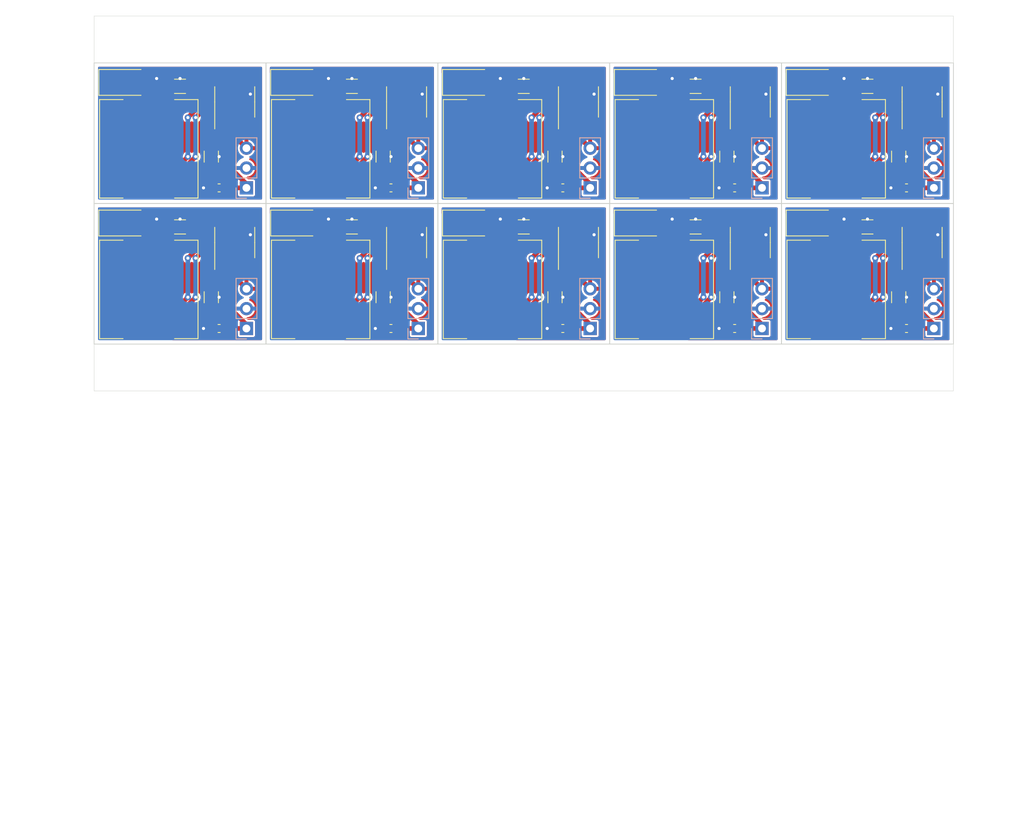
<source format=kicad_pcb>
(kicad_pcb (version 20211014) (generator pcbnew)
  (layers (0 "F.Cu" signal) (31 "B.Cu" signal) (34 "B.Paste" user) (35 "F.Paste" user) (36 "B.SilkS" user "B.Silkscreen") (37 "F.SilkS" user "F.Silkscreen") (38 "B.Mask" user) (39 "F.Mask" user) (44 "Edge.Cuts" user))
  (net 0 "")
  (net 1 "VIN")
  (net 2 "GND")
  (net 3 "VOUT")
  (net 4 "Net-(D1-Pad1)")
  (footprint "Inductor_SMD:L_12x12mm_H4.5mm" (layer "F.Cu") (at 160 80 90)
    (fp_text reference "L1" hide)
    (fp_text value "68uH")
  )
  (footprint "Capacitor_SMD:C_1206_3216Metric" (layer "F.Cu") (at 164 72 180)
    (fp_text reference "C3" hide)
    (fp_text value "22uF")
  )
  (footprint "Capacitor_SMD:C_0603_1608Metric" (layer "F.Cu") (at 191 85 180)
    (fp_text reference "C1" hide)
    (fp_text value "100nF")
  )
  (footprint "Diode_SMD:D_SMA" (layer "F.Cu") (at 113 89.5)
    (fp_text reference "D1" hide)
    (fp_text value "SS34")
  )
  (footprint "Diode_SMD:D_SMA" (layer "F.Cu") (at 157 71.5)
    (fp_text reference "D1" hide)
    (fp_text value "SS34")
  )
  (footprint "Capacitor_SMD:C_1206_3216Metric" (layer "F.Cu") (at 168 99 -90)
    (fp_text reference "C2" hide)
    (fp_text value "22uF")
  )
  (footprint "Capacitor_SMD:C_0603_1608Metric" (layer "F.Cu") (at 103 103 180)
    (fp_text reference "C1" hide)
    (fp_text value "100nF")
  )
  (footprint "Capacitor_SMD:C_1206_3216Metric" (layer "F.Cu") (at 98 72 180)
    (fp_text reference "C3" hide)
    (fp_text value "22uF")
  )
  (footprint "Capacitor_SMD:C_0603_1608Metric" (layer "F.Cu") (at 147 103 180)
    (fp_text reference "C1" hide)
    (fp_text value "100nF")
  )
  (footprint "Inductor_SMD:L_12x12mm_H4.5mm" (layer "F.Cu") (at 94 80 90)
    (fp_text reference "L1" hide)
    (fp_text value "68uH")
  )
  (footprint "Diode_SMD:D_SMA" (layer "F.Cu") (at 91 89.5)
    (fp_text reference "D1" hide)
    (fp_text value "SS34")
  )
  (footprint "Capacitor_SMD:C_0603_1608Metric" (layer "F.Cu") (at 125 85 180)
    (fp_text reference "C1" hide)
    (fp_text value "100nF")
  )
  (footprint "Capacitor_SMD:C_0603_1608Metric" (layer "F.Cu") (at 191 103 180)
    (fp_text reference "C1" hide)
    (fp_text value "100nF")
  )
  (footprint "Inductor_SMD:L_12x12mm_H4.5mm" (layer "F.Cu") (at 182 98 90)
    (fp_text reference "L1" hide)
    (fp_text value "68uH")
  )
  (footprint "Inductor_SMD:L_12x12mm_H4.5mm" (layer "F.Cu") (at 182 80 90)
    (fp_text reference "L1" hide)
    (fp_text value "68uH")
  )
  (footprint "Package_SO:SOIC-8_3.9x4.9mm_P1.27mm" (layer "F.Cu") (at 171 74 90)
    (fp_text reference "U1" hide)
    (fp_text value "XL1509-5.0E1")
  )
  (footprint "Capacitor_SMD:C_0603_1608Metric" (layer "F.Cu") (at 169 103 180)
    (fp_text reference "C1" hide)
    (fp_text value "100nF")
  )
  (footprint "Capacitor_SMD:C_1206_3216Metric" (layer "F.Cu") (at 146 99 -90)
    (fp_text reference "C2" hide)
    (fp_text value "22uF")
  )
  (footprint "Package_SO:SOIC-8_3.9x4.9mm_P1.27mm" (layer "F.Cu") (at 127 74 90)
    (fp_text reference "U1" hide)
    (fp_text value "XL1509-5.0E1")
  )
  (footprint "Capacitor_SMD:C_1206_3216Metric" (layer "F.Cu") (at 102 81 -90)
    (fp_text reference "C2" hide)
    (fp_text value "22uF")
  )
  (footprint "Capacitor_SMD:C_1206_3216Metric" (layer "F.Cu") (at 146 81 -90)
    (fp_text reference "C2" hide)
    (fp_text value "22uF")
  )
  (footprint "Capacitor_SMD:C_1206_3216Metric" (layer "F.Cu") (at 102 99 -90)
    (fp_text reference "C2" hide)
    (fp_text value "22uF")
  )
  (footprint "Capacitor_SMD:C_1206_3216Metric" (layer "F.Cu") (at 142 72 180)
    (fp_text reference "C3" hide)
    (fp_text value "22uF")
  )
  (footprint "Inductor_SMD:L_12x12mm_H4.5mm" (layer "F.Cu") (at 138 80 90)
    (fp_text reference "L1" hide)
    (fp_text value "68uH")
  )
  (footprint "Capacitor_SMD:C_0603_1608Metric" (layer "F.Cu") (at 125 103 180)
    (fp_text reference "C1" hide)
    (fp_text value "100nF")
  )
  (footprint "Capacitor_SMD:C_1206_3216Metric" (layer "F.Cu") (at 120 90 180)
    (fp_text reference "C3" hide)
    (fp_text value "22uF")
  )
  (footprint "Diode_SMD:D_SMA" (layer "F.Cu") (at 113 71.5)
    (fp_text reference "D1" hide)
    (fp_text value "SS34")
  )
  (footprint "Capacitor_SMD:C_1206_3216Metric" (layer "F.Cu") (at 98 90 180)
    (fp_text reference "C3" hide)
    (fp_text value "22uF")
  )
  (footprint "Diode_SMD:D_SMA" (layer "F.Cu") (at 179 89.5)
    (fp_text reference "D1" hide)
    (fp_text value "SS34")
  )
  (footprint "Capacitor_SMD:C_1206_3216Metric" (layer "F.Cu") (at 124 99 -90)
    (fp_text reference "C2" hide)
    (fp_text value "22uF")
  )
  (footprint "Capacitor_SMD:C_0603_1608Metric" (layer "F.Cu") (at 103 85 180)
    (fp_text reference "C1" hide)
    (fp_text value "100nF")
  )
  (footprint "Capacitor_SMD:C_1206_3216Metric" (layer "F.Cu") (at 186 90 180)
    (fp_text reference "C3" hide)
    (fp_text value "22uF")
  )
  (footprint "Package_SO:SOIC-8_3.9x4.9mm_P1.27mm" (layer "F.Cu") (at 193 74 90)
    (fp_text reference "U1" hide)
    (fp_text value "XL1509-5.0E1")
  )
  (footprint "Diode_SMD:D_SMA" (layer "F.Cu") (at 157 89.5)
    (fp_text reference "D1" hide)
    (fp_text value "SS34")
  )
  (footprint "Package_SO:SOIC-8_3.9x4.9mm_P1.27mm" (layer "F.Cu") (at 127 92 90)
    (fp_text reference "U1" hide)
    (fp_text value "XL1509-5.0E1")
  )
  (footprint "Package_SO:SOIC-8_3.9x4.9mm_P1.27mm" (layer "F.Cu") (at 105 92 90)
    (fp_text reference "U1" hide)
    (fp_text value "XL1509-5.0E1")
  )
  (footprint "Package_SO:SOIC-8_3.9x4.9mm_P1.27mm" (layer "F.Cu") (at 105 74 90)
    (fp_text reference "U1" hide)
    (fp_text value "XL1509-5.0E1")
  )
  (footprint "Capacitor_SMD:C_1206_3216Metric" (layer "F.Cu") (at 142 90 180)
    (fp_text reference "C3" hide)
    (fp_text value "22uF")
  )
  (footprint "Package_SO:SOIC-8_3.9x4.9mm_P1.27mm" (layer "F.Cu") (at 149 92 90)
    (fp_text reference "U1" hide)
    (fp_text value "XL1509-5.0E1")
  )
  (footprint "Package_SO:SOIC-8_3.9x4.9mm_P1.27mm" (layer "F.Cu") (at 193 92 90)
    (fp_text reference "U1" hide)
    (fp_text value "XL1509-5.0E1")
  )
  (footprint "Inductor_SMD:L_12x12mm_H4.5mm" (layer "F.Cu") (at 138 98 90)
    (fp_text reference "L1" hide)
    (fp_text value "68uH")
  )
  (footprint "Capacitor_SMD:C_1206_3216Metric" (layer "F.Cu") (at 190 99 -90)
    (fp_text reference "C2" hide)
    (fp_text value "22uF")
  )
  (footprint "Inductor_SMD:L_12x12mm_H4.5mm" (layer "F.Cu") (at 116 80 90)
    (fp_text reference "L1" hide)
    (fp_text value "68uH")
  )
  (footprint "Inductor_SMD:L_12x12mm_H4.5mm" (layer "F.Cu") (at 116 98 90)
    (fp_text reference "L1" hide)
    (fp_text value "68uH")
  )
  (footprint "Capacitor_SMD:C_1206_3216Metric" (layer "F.Cu") (at 124 81 -90)
    (fp_text reference "C2" hide)
    (fp_text value "22uF")
  )
  (footprint "Capacitor_SMD:C_0603_1608Metric" (layer "F.Cu") (at 169 85 180)
    (fp_text reference "C1" hide)
    (fp_text value "100nF")
  )
  (footprint "Diode_SMD:D_SMA" (layer "F.Cu") (at 135 71.5)
    (fp_text reference "D1" hide)
    (fp_text value "SS34")
  )
  (footprint "Package_SO:SOIC-8_3.9x4.9mm_P1.27mm" (layer "F.Cu") (at 149 74 90)
    (fp_text reference "U1" hide)
    (fp_text value "XL1509-5.0E1")
  )
  (footprint "Inductor_SMD:L_12x12mm_H4.5mm" (layer "F.Cu") (at 160 98 90)
    (fp_text reference "L1" hide)
    (fp_text value "68uH")
  )
  (footprint "Package_SO:SOIC-8_3.9x4.9mm_P1.27mm" (layer "F.Cu") (at 171 92 90)
    (fp_text reference "U1" hide)
    (fp_text value "XL1509-5.0E1")
  )
  (footprint "Capacitor_SMD:C_1206_3216Metric" (layer "F.Cu") (at 168 81 -90)
    (fp_text reference "C2" hide)
    (fp_text value "22uF")
  )
  (footprint "Diode_SMD:D_SMA" (layer "F.Cu") (at 91 71.5)
    (fp_text reference "D1" hide)
    (fp_text value "SS34")
  )
  (footprint "Capacitor_SMD:C_1206_3216Metric" (layer "F.Cu") (at 120 72 180)
    (fp_text reference "C3" hide)
    (fp_text value "22uF")
  )
  (footprint "Diode_SMD:D_SMA" (layer "F.Cu") (at 179 71.5)
    (fp_text reference "D1" hide)
    (fp_text value "SS34")
  )
  (footprint "Capacitor_SMD:C_0603_1608Metric" (layer "F.Cu") (at 147 85 180)
    (fp_text reference "C1" hide)
    (fp_text value "100nF")
  )
  (footprint "Capacitor_SMD:C_1206_3216Metric" (layer "F.Cu") (at 190 81 -90)
    (fp_text reference "C2" hide)
    (fp_text value "22uF")
  )
  (footprint "Capacitor_SMD:C_1206_3216Metric" (layer "F.Cu") (at 164 90 180)
    (fp_text reference "C3" hide)
    (fp_text value "22uF")
  )
  (footprint "Inductor_SMD:L_12x12mm_H4.5mm" (layer "F.Cu") (at 94 98 90)
    (fp_text reference "L1" hide)
    (fp_text value "68uH")
  )
  (footprint "Capacitor_SMD:C_1206_3216Metric" (layer "F.Cu") (at 186 72 180)
    (fp_text reference "C3" hide)
    (fp_text value "22uF")
  )
  (footprint "Diode_SMD:D_SMA" (layer "F.Cu") (at 135 89.5)
    (fp_text reference "D1" hide)
    (fp_text value "SS34")
  )
  (footprint "Connector_PinHeader_2.54mm:PinHeader_1x03_P2.54mm_Vertical" (layer "B.Cu") (at 194.5 85)
    (fp_text reference "J1" hide)
    (fp_text value "pinheader")
  )
  (footprint "Connector_PinHeader_2.54mm:PinHeader_1x03_P2.54mm_Vertical" (layer "B.Cu") (at 172.5 85)
    (fp_text reference "J1" hide)
    (fp_text value "pinheader")
  )
  (footprint "Connector_PinHeader_2.54mm:PinHeader_1x03_P2.54mm_Vertical" (layer "B.Cu") (at 106.5 85)
    (fp_text reference "J1" hide)
    (fp_text value "pinheader")
  )
  (footprint "Connector_PinHeader_2.54mm:PinHeader_1x03_P2.54mm_Vertical" (layer "B.Cu") (at 150.5 85)
    (fp_text reference "J1" hide)
    (fp_text value "pinheader")
  )
  (footprint "Connector_PinHeader_2.54mm:PinHeader_1x03_P2.54mm_Vertical" (layer "B.Cu") (at 128.5 85)
    (fp_text reference "J1" hide)
    (fp_text value "pinheader")
  )
  (footprint "Connector_PinHeader_2.54mm:PinHeader_1x03_P2.54mm_Vertical" (layer "B.Cu") (at 128.5 103)
    (fp_text reference "J1" hide)
    (fp_text value "pinheader")
  )
  (footprint "Connector_PinHeader_2.54mm:PinHeader_1x03_P2.54mm_Vertical" (layer "B.Cu") (at 150.5 103)
    (fp_text reference "J1" hide)
    (fp_text value "pinheader")
  )
  (footprint "Connector_PinHeader_2.54mm:PinHeader_1x03_P2.54mm_Vertical" (layer "B.Cu") (at 194.5 103)
    (fp_text reference "J1" hide)
    (fp_text value "pinheader")
  )
  (footprint "Connector_PinHeader_2.54mm:PinHeader_1x03_P2.54mm_Vertical" (layer "B.Cu") (at 172.5 103)
    (fp_text reference "J1" hide)
    (fp_text value "pinheader")
  )
  (footprint "Connector_PinHeader_2.54mm:PinHeader_1x03_P2.54mm_Vertical" (layer "B.Cu") (at 106.5 103)
    (fp_text reference "J1" hide)
    (fp_text value "pinheader")
  )
  (gr_rect (start 197 69) (end 175 87) (layer "Edge.Cuts") (width 0.1) (fill none))
  (gr_rect (start 153 87) (end 131 105) (layer "Edge.Cuts") (width 0.1) (fill none))
  (gr_rect (start 153 69) (end 131 87) (layer "Edge.Cuts") (width 0.1) (fill none))
  (gr_rect (start 197 63) (end 87 111) (layer "Edge.Cuts") (width 0.05) (fill none))
  (gr_rect (start 131 87) (end 109 105) (layer "Edge.Cuts") (width 0.1) (fill none))
  (gr_rect (start 197 87) (end 175 105) (layer "Edge.Cuts") (width 0.1) (fill none))
  (gr_rect (start 175 69) (end 153 87) (layer "Edge.Cuts") (width 0.1) (fill none))
  (gr_rect (start 109 69) (end 87 87) (layer "Edge.Cuts") (width 0.1) (fill none))
  (gr_rect (start 131 69) (end 109 87) (layer "Edge.Cuts") (width 0.1) (fill none))
  (gr_rect (start 109 87) (end 87 105) (layer "Edge.Cuts") (width 0.1) (fill none))
  (gr_rect (start 175 87) (end 153 105) (layer "Edge.Cuts") (width 0.1) (fill none))
  (segment (start 150.5 103) (end 150.5 102.5) (width 0.6) (layer "F.Cu") (net 1))
  (segment (start 103.095 77.585019) (end 103.095 76.475) (width 0.6) (layer "F.Cu") (net 1))
  (segment (start 172.5 85) (end 172.5 84.5) (width 0.6) (layer "F.Cu") (net 1))
  (segment (start 148.39952 100.39952) (end 148.39952 96.889539) (width 0.6) (layer "F.Cu") (net 1))
  (segment (start 126.39952 100.39952) (end 126.39952 96.889539) (width 0.6) (layer "F.Cu") (net 1))
  (segment (start 194.5 102.5) (end 192.39952 100.39952) (width 0.6) (layer "F.Cu") (net 1))
  (segment (start 106.5 85) (end 106.5 84.5) (width 0.6) (layer "F.Cu") (net 1))
  (segment (start 147.095 77.585019) (end 147.095 76.475) (width 0.6) (layer "F.Cu") (net 1))
  (segment (start 170.39952 100.39952) (end 170.39952 96.889539) (width 0.6) (layer "F.Cu") (net 1))
  (segment (start 169.095 77.585019) (end 169.095 76.475) (width 0.6) (layer "F.Cu") (net 1))
  (segment (start 104.39952 100.39952) (end 104.39952 96.889539) (width 0.6) (layer "F.Cu") (net 1))
  (segment (start 126.39952 82.39952) (end 126.39952 78.889539) (width 0.6) (layer "F.Cu") (net 1))
  (segment (start 192.39952 78.889539) (end 191.095 77.585019) (width 0.6) (layer "F.Cu") (net 1))
  (segment (start 192.39952 82.39952) (end 192.39952 78.889539) (width 0.6) (layer "F.Cu") (net 1))
  (segment (start 125.095 77.585019) (end 125.095 76.475) (width 0.6) (layer "F.Cu") (net 1))
  (segment (start 150.5 85) (end 150.5 84.5) (width 0.6) (layer "F.Cu") (net 1))
  (segment (start 194.5 85) (end 194.5 84.5) (width 0.6) (layer "F.Cu") (net 1))
  (segment (start 128.5 102.5) (end 126.39952 100.39952) (width 0.6) (layer "F.Cu") (net 1))
  (segment (start 106.5 85) (end 103.775 85) (width 0.6) (layer "F.Cu") (net 1))
  (segment (start 170.39952 78.889539) (end 169.095 77.585019) (width 0.6) (layer "F.Cu") (net 1))
  (segment (start 172.5 85) (end 169.775 85) (width 0.6) (layer "F.Cu") (net 1))
  (segment (start 128.5 103) (end 125.775 103) (width 0.6) (layer "F.Cu") (net 1))
  (segment (start 128.5 85) (end 125.775 85) (width 0.6) (layer "F.Cu") (net 1))
  (segment (start 128.5 103) (end 128.5 102.5) (width 0.6) (layer "F.Cu") (net 1))
  (segment (start 106.5 103) (end 106.5 102.5) (width 0.6) (layer "F.Cu") (net 1))
  (segment (start 150.5 102.5) (end 148.39952 100.39952) (width 0.6) (layer "F.Cu") (net 1))
  (segment (start 172.5 102.5) (end 170.39952 100.39952) (width 0.6) (layer "F.Cu") (net 1))
  (segment (start 194.5 103) (end 191.775 103) (width 0.6) (layer "F.Cu") (net 1))
  (segment (start 172.5 103) (end 172.5 102.5) (width 0.6) (layer "F.Cu") (net 1))
  (segment (start 191.095 95.585019) (end 191.095 94.475) (width 0.6) (layer "F.Cu") (net 1))
  (segment (start 194.5 84.5) (end 192.39952 82.39952) (width 0.6) (layer "F.Cu") (net 1))
  (segment (start 126.39952 96.889539) (end 125.095 95.585019) (width 0.6) (layer "F.Cu") (net 1))
  (segment (start 106.5 103) (end 103.775 103) (width 0.6) (layer "F.Cu") (net 1))
  (segment (start 194.5 85) (end 191.775 85) (width 0.6) (layer "F.Cu") (net 1))
  (segment (start 150.5 84.5) (end 148.39952 82.39952) (width 0.6) (layer "F.Cu") (net 1))
  (segment (start 170.39952 96.889539) (end 169.095 95.585019) (width 0.6) (layer "F.Cu") (net 1))
  (segment (start 148.39952 96.889539) (end 147.095 95.585019) (width 0.6) (layer "F.Cu") (net 1))
  (segment (start 150.5 103) (end 147.775 103) (width 0.6) (layer "F.Cu") (net 1))
  (segment (start 128.5 85) (end 128.5 84.5) (width 0.6) (layer "F.Cu") (net 1))
  (segment (start 194.5 103) (end 194.5 102.5) (width 0.6) (layer "F.Cu") (net 1))
  (segment (start 126.39952 78.889539) (end 125.095 77.585019) (width 0.6) (layer "F.Cu") (net 1))
  (segment (start 104.39952 78.889539) (end 103.095 77.585019) (width 0.6) (layer "F.Cu") (net 1))
  (segment (start 104.39952 82.39952) (end 104.39952 78.889539) (width 0.6) (layer "F.Cu") (net 1))
  (segment (start 192.39952 96.889539) (end 191.095 95.585019) (width 0.6) (layer "F.Cu") (net 1))
  (segment (start 192.39952 100.39952) (end 192.39952 96.889539) (width 0.6) (layer "F.Cu") (net 1))
  (segment (start 148.39952 82.39952) (end 148.39952 78.889539) (width 0.6) (layer "F.Cu") (net 1))
  (segment (start 148.39952 78.889539) (end 147.095 77.585019) (width 0.6) (layer "F.Cu") (net 1))
  (segment (start 170.39952 82.39952) (end 170.39952 78.889539) (width 0.6) (layer "F.Cu") (net 1))
  (segment (start 106.5 84.5) (end 104.39952 82.39952) (width 0.6) (layer "F.Cu") (net 1))
  (segment (start 125.095 95.585019) (end 125.095 94.475) (width 0.6) (layer "F.Cu") (net 1))
  (segment (start 150.5 85) (end 147.775 85) (width 0.6) (layer "F.Cu") (net 1))
  (segment (start 103.095 95.585019) (end 103.095 94.475) (width 0.6) (layer "F.Cu") (net 1))
  (segment (start 128.5 84.5) (end 126.39952 82.39952) (width 0.6) (layer "F.Cu") (net 1))
  (segment (start 147.095 95.585019) (end 147.095 94.475) (width 0.6) (layer "F.Cu") (net 1))
  (segment (start 191.095 77.585019) (end 191.095 76.475) (width 0.6) (layer "F.Cu") (net 1))
  (segment (start 172.5 103) (end 169.775 103) (width 0.6) (layer "F.Cu") (net 1))
  (segment (start 172.5 84.5) (end 170.39952 82.39952) (width 0.6) (layer "F.Cu") (net 1))
  (segment (start 169.095 95.585019) (end 169.095 94.475) (width 0.6) (layer "F.Cu") (net 1))
  (segment (start 104.39952 96.889539) (end 103.095 95.585019) (width 0.6) (layer "F.Cu") (net 1))
  (segment (start 106.5 102.5) (end 104.39952 100.39952) (width 0.6) (layer "F.Cu") (net 1))
  (segment (start 140.525 72) (end 141 72) (width 0.6) (layer "F.Cu") (net 2))
  (segment (start 97 90) (end 98 89) (width 0.6) (layer "F.Cu") (net 2))
  (segment (start 184.525 72) (end 181 72) (width 0.6) (layer "F.Cu") (net 2))
  (segment (start 102.225 103) (end 101 103) (width 0.35) (layer "F.Cu") (net 2))
  (segment (start 125 81.475) (end 125 81) (width 0.35) (layer "F.Cu") (net 2))
  (segment (start 102 100.475) (end 103 99.475) (width 0.35) (layer "F.Cu") (net 2))
  (segment (start 138 90) (end 139 89) (width 0.6) (layer "F.Cu") (net 2))
  (segment (start 194.905 90.905) (end 195 91) (width 0.6) (layer "F.Cu") (net 2))
  (segment (start 194.905 89.525) (end 194.905 90.905) (width 0.6) (layer "F.Cu") (net 2))
  (segment (start 182 72) (end 183 71) (width 0.6) (layer "F.Cu") (net 2))
  (segment (start 124.225 82.7) (end 124.225 85) (width 0.35) (layer "F.Cu") (net 2))
  (segment (start 118.525 72) (end 115 72) (width 0.6) (layer "F.Cu") (net 2))
  (segment (start 169 99.475) (end 169 99) (width 0.35) (layer "F.Cu") (net 2))
  (segment (start 106.905 71.525) (end 106.905 72.905) (width 0.6) (layer "F.Cu") (net 2))
  (segment (start 102 100.475) (end 102.225 100.7) (width 0.35) (layer "F.Cu") (net 2))
  (segment (start 118.525 72) (end 119 72) (width 0.6) (layer "F.Cu") (net 2))
  (segment (start 146.225 85) (end 145 85) (width 0.35) (layer "F.Cu") (net 2))
  (segment (start 125.095 89.525) (end 128.905 89.525) (width 0.6) (layer "F.Cu") (net 2))
  (segment (start 191 81.475) (end 191 81) (width 0.35) (layer "F.Cu") (net 2))
  (segment (start 160 90) (end 161 89) (width 0.6) (layer "F.Cu") (net 2))
  (segment (start 190.225 82.7) (end 190.225 85) (width 0.35) (layer "F.Cu") (net 2))
  (segment (start 102.225 85) (end 101 85) (width 0.35) (layer "F.Cu") (net 2))
  (segment (start 102 82.475) (end 103 81.475) (width 0.35) (layer "F.Cu") (net 2))
  (segment (start 106.905 90.905) (end 107 91) (width 0.6) (layer "F.Cu") (net 2))
  (segment (start 94 72) (end 95 71) (width 0.6) (layer "F.Cu") (net 2))
  (segment (start 150.905 90.905) (end 151 91) (width 0.6) (layer "F.Cu") (net 2))
  (segment (start 190 100.475) (end 190.225 100.7) (width 0.35) (layer "F.Cu") (net 2))
  (segment (start 169 81.475) (end 169 81) (width 0.35) (layer "F.Cu") (net 2))
  (segment (start 103 99.475) (end 103 99) (width 0.35) (layer "F.Cu") (net 2))
  (segment (start 168.225 85) (end 167 85) (width 0.35) (layer "F.Cu") (net 2))
  (segment (start 97 72) (end 98 71) (width 0.6) (layer "F.Cu") (net 2))
  (segment (start 162.525 72) (end 159 72) (width 0.6) (layer "F.Cu") (net 2))
  (segment (start 191.095 71.525) (end 194.905 71.525) (width 0.6) (layer "F.Cu") (net 2))
  (segment (start 96.525 72) (end 93 72) (width 0.6) (layer "F.Cu") (net 2))
  (segment (start 118.525 90) (end 115 90) (width 0.6) (layer "F.Cu") (net 2))
  (segment (start 119 90) (end 120 89) (width 0.6) (layer "F.Cu") (net 2))
  (segment (start 191 99.475) (end 191 99) (width 0.35) (layer "F.Cu") (net 2))
  (segment (start 162.525 90) (end 163 90) (width 0.6) (layer "F.Cu") (net 2))
  (segment (start 181 72) (end 182 72) (width 0.6) (layer "F.Cu") (net 2))
  (segment (start 194.905 72.905) (end 195 73) (width 0.6) (layer "F.Cu") (net 2))
  (segment (start 182 90) (end 183 89) (width 0.6) (layer "F.Cu") (net 2))
  (segment (start 124.225 103) (end 123 103) (width 0.35) (layer "F.Cu") (net 2))
  (segment (start 150.905 71.525) (end 150.905 72.905) (width 0.6) (layer "F.Cu") (net 2))
  (segment (start 146.225 100.7) (end 146.225 103) (width 0.35) (layer "F.Cu") (net 2))
  (segment (start 140.525 72) (end 137 72) (width 0.6) (layer "F.Cu") (net 2))
  (segment (start 190 82.475) (end 190.225 82.7) (width 0.35) (layer "F.Cu") (net 2))
  (segment (start 159 72) (end 160 72) (width 0.6) (layer "F.Cu") (net 2))
  (segment (start 102.225 100.7) (end 102.225 103) (width 0.35) (layer "F.Cu") (net 2))
  (segment (start 163 72) (end 164 71) (width 0.6) (layer "F.Cu") (net 2))
  (segment (start 103 81.475) (end 103 81) (width 0.35) (layer "F.Cu") (net 2))
  (segment (start 93 72) (end 94 72) (width 0.6) (layer "F.Cu") (net 2))
  (segment (start 147.095 89.525) (end 150.905 89.525) (width 0.6) (layer "F.Cu") (net 2))
  (segment (start 96.525 90) (end 97 90) (width 0.6) (layer "F.Cu") (net 2))
  (segment (start 181 90) (end 182 90) (width 0.6) (layer "F.Cu") (net 2))
  (segment (start 190.225 103) (end 189 103) (width 0.35) (layer "F.Cu") (net 2))
  (segment (start 102.225 82.7) (end 102.225 85) (width 0.35) (layer "F.Cu") (net 2))
  (segment (start 96.525 72) (end 97 72) (width 0.6) (layer "F.Cu") (net 2))
  (segment (start 146 100.475) (end 147 99.475) (width 0.35) (layer "F.Cu") (net 2))
  (segment (start 124 82.475) (end 124.225 82.7) (width 0.35) (layer "F.Cu") (net 2))
  (segment (start 128.905 72.905) (end 129 73) (width 0.6) (layer "F.Cu") (net 2))
  (segment (start 147 81.475) (end 147 81) (width 0.35) (layer "F.Cu") (net 2))
  (segment (start 162.525 72) (end 163 72) (width 0.6) (layer "F.Cu") (net 2))
  (segment (start 184.525 90) (end 185 90) (width 0.6) (layer "F.Cu") (net 2))
  (segment (start 150.905 72.905) (end 151 73) (width 0.6) (layer "F.Cu") (net 2))
  (segment (start 190 82.475) (end 191 81.475) (width 0.35) (layer "F.Cu") (net 2))
  (segment (start 141 72) (end 142 71) (width 0.6) (layer "F.Cu") (net 2))
  (segment (start 102 82.475) (end 102.225 82.7) (width 0.35) (layer "F.Cu") (net 2))
  (segment (start 124 100.475) (end 125 99.475) (width 0.35) (layer "F.Cu") (net 2))
  (segment (start 191.095 89.525) (end 194.905 89.525) (width 0.6) (layer "F.Cu") (net 2))
  (segment (start 115 90) (end 116 90) (width 0.6) (layer "F.Cu") (net 2))
  (segment (start 169.095 71.525) (end 172.905 71.525) (width 0.6) (layer "F.Cu") (net 2))
  (segment (start 128.905 90.905) (end 129 91) (width 0.6) (layer "F.Cu") (net 2))
  (segment (start 172.905 89.525) (end 172.905 90.905) (width 0.6) (layer "F.Cu") (net 2))
  (segment (start 168 82.475) (end 168.225 82.7) (width 0.35) (layer "F.Cu") (net 2))
  (segment (start 172.905 90.905) (end 173 91) (width 0.6) (layer "F.Cu") (net 2))
  (segment (start 94 90) (end 95 89) (width 0.6) (layer "F.Cu") (net 2))
  (segment (start 172.905 72.905) (end 173 73) (width 0.6) (layer "F.Cu") (net 2))
  (segment (start 124.225 85) (end 123 85) (width 0.35) (layer "F.Cu") (net 2))
  (segment (start 184.525 90) (end 181 90) (width 0.6) (layer "F.Cu") (net 2))
  (segment (start 168.225 103) (end 167 103) (width 0.35) (layer "F.Cu") (net 2))
  (segment (start 125 99.475) (end 125 99) (width 0.35) (layer "F.Cu") (net 2))
  (segment (start 185 90) (end 186 89) (width 0.6) (layer "F.Cu") (net 2))
  (segment (start 125.095 71.525) (end 128.905 71.525) (width 0.6) (layer "F.Cu") (net 2))
  (segment (start 146 82.475) (end 146.225 82.7) (width 0.35) (layer "F.Cu") (net 2))
  (segment (start 137 90) (end 138 90) (width 0.6) (layer "F.Cu") (net 2))
  (segment (start 150.905 89.525) (end 150.905 90.905) (width 0.6) (layer "F.Cu") (net 2))
  (segment (start 168 82.475) (end 169 81.475) (width 0.35) (layer "F.Cu") (net 2))
  (segment (start 118.525 90) (end 119 90) (width 0.6) (layer "F.Cu") (net 2))
  (segment (start 194.905 71.525) (end 194.905 72.905) (width 0.6) (layer "F.Cu") (net 2))
  (segment (start 190 100.475) (end 191 99.475) (width 0.35) (layer "F.Cu") (net 2))
  (segment (start 168 100.475) (end 169 99.475) (width 0.35) (layer "F.Cu") (net 2))
  (segment (start 168.225 82.7) (end 168.225 85) (width 0.35) (layer "F.Cu") (net 2))
  (segment (start 185 72) (end 186 71) (width 0.6) (layer "F.Cu") (net 2))
  (segment (start 116 72) (end 117 71) (width 0.6) (layer "F.Cu") (net 2))
  (segment (start 116 90) (end 117 89) (width 0.6) (layer "F.Cu") (net 2))
  (segment (start 146.225 82.7) (end 146.225 85) (width 0.35) (layer "F.Cu") (net 2))
  (segment (start 160 72) (end 161 71) (width 0.6) (layer "F.Cu") (net 2))
  (segment (start 124 82.475) (end 125 81.475) (width 0.35) (layer "F.Cu") (net 2))
  (segment (start 146 82.475) (end 147 81.475) (width 0.35) (layer "F.Cu") (net 2))
  (segment (start 119 72) (end 120 71) (width 0.6) (layer "F.Cu") (net 2))
  (segment (start 141 90) (end 142 89) (width 0.6) (layer "F.Cu") (net 2))
  (segment (start 146 100.475) (end 146.225 100.7) (width 0.35) (layer "F.Cu") (net 2))
  (segment (start 147 99.475) (end 147 99) (width 0.35) (layer "F.Cu") (net 2))
  (segment (start 103.095 89.525) (end 106.905 89.525) (width 0.6) (layer "F.Cu") (net 2))
  (segment (start 172.905 71.525) (end 172.905 72.905) (width 0.6) (layer "F.Cu") (net 2))
  (segment (start 140.525 90) (end 137 90) (width 0.6) (layer "F.Cu") (net 2))
  (segment (start 184.525 72) (end 185 72) (width 0.6) (layer "F.Cu") (net 2))
  (segment (start 106.905 89.525) (end 106.905 90.905) (width 0.6) (layer "F.Cu") (net 2))
  (segment (start 128.905 71.525) (end 128.905 72.905) (width 0.6) (layer "F.Cu") (net 2))
  (segment (start 115 72) (end 116 72) (width 0.6) (layer "F.Cu") (net 2))
  (segment (start 147.095 71.525) (end 150.905 71.525) (width 0.6) (layer "F.Cu") (net 2))
  (segment (start 93 90) (end 94 90) (width 0.6) (layer "F.Cu") (net 2))
  (segment (start 106.905 72.905) (end 107 73) (width 0.6) (layer "F.Cu") (net 2))
  (segment (start 159 90) (end 160 90) (width 0.6) (layer "F.Cu") (net 2))
  (segment (start 138 72) (end 139 71) (width 0.6) (layer "F.Cu") (net 2))
  (segment (start 140.525 90) (end 141 90) (width 0.6) (layer "F.Cu") (net 2))
  (segment (start 168.225 100.7) (end 168.225 103) (width 0.35) (layer "F.Cu") (net 2))
  (segment (start 124 100.475) (end 124.225 100.7) (width 0.35) (layer "F.Cu") (net 2))
  (segment (start 190.225 85) (end 189 85) (width 0.35) (layer "F.Cu") (net 2))
  (segment (start 169.095 89.525) (end 172.905 89.525) (width 0.6) (layer "F.Cu") (net 2))
  (segment (start 162.525 90) (end 159 90) (width 0.6) (layer "F.Cu") (net 2))
  (segment (start 96.525 90) (end 93 90) (width 0.6) (layer "F.Cu") (net 2))
  (segment (start 168 100.475) (end 168.225 100.7) (width 0.35) (layer "F.Cu") (net 2))
  (segment (start 124.225 100.7) (end 124.225 103) (width 0.35) (layer "F.Cu") (net 2))
  (segment (start 146.225 103) (end 145 103) (width 0.35) (layer "F.Cu") (net 2))
  (segment (start 190.225 100.7) (end 190.225 103) (width 0.35) (layer "F.Cu") (net 2))
  (segment (start 128.905 89.525) (end 128.905 90.905) (width 0.6) (layer "F.Cu") (net 2))
  (segment (start 103.095 71.525) (end 106.905 71.525) (width 0.6) (layer "F.Cu") (net 2))
  (segment (start 137 72) (end 138 72) (width 0.6) (layer "F.Cu") (net 2))
  (segment (start 163 90) (end 164 89) (width 0.6) (layer "F.Cu") (net 2))
  (via (at 173 91) (size 0.8) (drill 0.4) (layers "F.Cu" "B.Cu") (net 2))
  (via (at 125 81) (size 0.8) (drill 0.4) (layers "F.Cu" "B.Cu") (net 2))
  (via (at 186 89) (size 0.8) (drill 0.4) (layers "F.Cu" "B.Cu") (net 2))
  (via (at 107 73) (size 0.8) (drill 0.4) (layers "F.Cu" "B.Cu") (net 2))
  (via (at 145 85) (size 0.8) (drill 0.4) (layers "F.Cu" "B.Cu") (net 2))
  (via (at 145 103) (size 0.8) (drill 0.4) (layers "F.Cu" "B.Cu") (net 2))
  (via (at 186 71) (size 0.8) (drill 0.4) (layers "F.Cu" "B.Cu") (net 2))
  (via (at 103 81) (size 0.8) (drill 0.4) (layers "F.Cu" "B.Cu") (net 2))
  (via (at 107 91) (size 0.8) (drill 0.4) (layers "F.Cu" "B.Cu") (net 2))
  (via (at 161 89) (size 0.8) (drill 0.4) (layers "F.Cu" "B.Cu") (net 2))
  (via (at 151 91) (size 0.8) (drill 0.4) (layers "F.Cu" "B.Cu") (net 2))
  (via (at 183 71) (size 0.8) (drill 0.4) (layers "F.Cu" "B.Cu") (net 2))
  (via (at 101 85) (size 0.8) (drill 0.4) (layers "F.Cu" "B.Cu") (net 2))
  (via (at 191 81) (size 0.8) (drill 0.4) (layers "F.Cu" "B.Cu") (net 2))
  (via (at 169 81) (size 0.8) (drill 0.4) (layers "F.Cu" "B.Cu") (net 2))
  (via (at 139 89) (size 0.8) (drill 0.4) (layers "F.Cu" "B.Cu") (net 2))
  (via (at 139 71) (size 0.8) (drill 0.4) (layers "F.Cu" "B.Cu") (net 2))
  (via (at 95 71) (size 0.8) (drill 0.4) (layers "F.Cu" "B.Cu") (net 2))
  (via (at 123 103) (size 0.8) (drill 0.4) (layers "F.Cu" "B.Cu") (net 2))
  (via (at 169 99) (size 0.8) (drill 0.4) (layers "F.Cu" "B.Cu") (net 2))
  (via (at 189 103) (size 0.8) (drill 0.4) (layers "F.Cu" "B.Cu") (net 2))
  (via (at 98 71) (size 0.8) (drill 0.4) (layers "F.Cu" "B.Cu") (net 2))
  (via (at 98 89) (size 0.8) (drill 0.4) (layers "F.Cu" "B.Cu") (net 2))
  (via (at 151 73) (size 0.8) (drill 0.4) (layers "F.Cu" "B.Cu") (net 2))
  (via (at 167 103) (size 0.8) (drill 0.4) (layers "F.Cu" "B.Cu") (net 2))
  (via (at 129 91) (size 0.8) (drill 0.4) (layers "F.Cu" "B.Cu") (net 2))
  (via (at 195 73) (size 0.8) (drill 0.4) (layers "F.Cu" "B.Cu") (net 2))
  (via (at 195 91) (size 0.8) (drill 0.4) (layers "F.Cu" "B.Cu") (net 2))
  (via (at 191 99) (size 0.8) (drill 0.4) (layers "F.Cu" "B.Cu") (net 2))
  (via (at 95 89) (size 0.8) (drill 0.4) (layers "F.Cu" "B.Cu") (net 2))
  (via (at 147 99) (size 0.8) (drill 0.4) (layers "F.Cu" "B.Cu") (net 2))
  (via (at 120 89) (size 0.8) (drill 0.4) (layers "F.Cu" "B.Cu") (net 2))
  (via (at 161 71) (size 0.8) (drill 0.4) (layers "F.Cu" "B.Cu") (net 2))
  (via (at 101 103) (size 0.8) (drill 0.4) (layers "F.Cu" "B.Cu") (net 2))
  (via (at 129 73) (size 0.8) (drill 0.4) (layers "F.Cu" "B.Cu") (net 2))
  (via (at 183 89) (size 0.8) (drill 0.4) (layers "F.Cu" "B.Cu") (net 2))
  (via (at 147 81) (size 0.8) (drill 0.4) (layers "F.Cu" "B.Cu") (net 2))
  (via (at 142 89) (size 0.8) (drill 0.4) (layers "F.Cu" "B.Cu") (net 2))
  (via (at 142 71) (size 0.8) (drill 0.4) (layers "F.Cu" "B.Cu") (net 2))
  (via (at 117 71) (size 0.8) (drill 0.4) (layers "F.Cu" "B.Cu") (net 2))
  (via (at 120 71) (size 0.8) (drill 0.4) (layers "F.Cu" "B.Cu") (net 2))
  (via (at 173 73) (size 0.8) (drill 0.4) (layers "F.Cu" "B.Cu") (net 2))
  (via (at 164 89) (size 0.8) (drill 0.4) (layers "F.Cu" "B.Cu") (net 2))
  (via (at 123 85) (size 0.8) (drill 0.4) (layers "F.Cu" "B.Cu") (net 2))
  (via (at 103 99) (size 0.8) (drill 0.4) (layers "F.Cu" "B.Cu") (net 2))
  (via (at 164 71) (size 0.8) (drill 0.4) (layers "F.Cu" "B.Cu") (net 2))
  (via (at 125 99) (size 0.8) (drill 0.4) (layers "F.Cu" "B.Cu") (net 2))
  (via (at 167 85) (size 0.8) (drill 0.4) (layers "F.Cu" "B.Cu") (net 2))
  (via (at 117 89) (size 0.8) (drill 0.4) (layers "F.Cu" "B.Cu") (net 2))
  (via (at 189 85) (size 0.8) (drill 0.4) (layers "F.Cu" "B.Cu") (net 2))
  (segment (start 123.475 92) (end 121.475 90) (width 0.6) (layer "F.Cu") (net 3))
  (segment (start 140.425 75.05) (end 138 75.05) (width 0.6) (layer "F.Cu") (net 3))
  (segment (start 171.635 74.635) (end 171 74) (width 0.6) (layer "F.Cu") (net 3))
  (segment (start 167.475 79) (end 168 79.525) (width 0.6) (layer "F.Cu") (net 3))
  (segment (start 171.635 76.475) (end 171.635 74.635) (width 0.6) (layer "F.Cu") (net 3))
  (segment (start 121.475 72) (end 118.425 75.05) (width 0.6) (layer "F.Cu") (net 3))
  (segment (start 127.635 76.475) (end 127.635 74.635) (width 0.6) (layer "F.Cu") (net 3))
  (segment (start 193.635 94.475) (end 193.635 92.635) (width 0.6) (layer "F.Cu") (net 3))
  (segment (start 123.475 74) (end 121.475 72) (width 0.6) (layer "F.Cu") (net 3))
  (segment (start 145.475 79) (end 146 79.525) (width 0.6) (layer "F.Cu") (net 3))
  (segment (start 149.635 79.055) (end 150.5 79.92) (width 0.6) (layer "F.Cu") (net 3))
  (segment (start 141.95 79) (end 145.475 79) (width 0.6) (layer "F.Cu") (net 3))
  (segment (start 105 92) (end 101.475 92) (width 0.6) (layer "F.Cu") (net 3))
  (segment (start 105.635 76.475) (end 105.635 79.055) (width 0.6) (layer "F.Cu") (net 3))
  (segment (start 105.635 79.055) (end 106.5 79.92) (width 0.6) (layer "F.Cu") (net 3))
  (segment (start 105.635 97.055) (end 106.5 97.92) (width 0.6) (layer "F.Cu") (net 3))
  (segment (start 119.95 79) (end 123.475 79) (width 0.6) (layer "F.Cu") (net 3))
  (segment (start 189.475 79) (end 190 79.525) (width 0.6) (layer "F.Cu") (net 3))
  (segment (start 97.95 79) (end 101.475 79) (width 0.6) (layer "F.Cu") (net 3))
  (segment (start 171 74) (end 167.475 74) (width 0.6) (layer "F.Cu") (net 3))
  (segment (start 105.635 94.475) (end 105.635 92.635) (width 0.6) (layer "F.Cu") (net 3))
  (segment (start 182 75.05) (end 185.95 79) (width 0.6) (layer "F.Cu") (net 3))
  (segment (start 185.95 79) (end 189.475 79) (width 0.6) (layer "F.Cu") (net 3))
  (segment (start 162.425 93.05) (end 160 93.05) (width 0.6) (layer "F.Cu") (net 3))
  (segment (start 127 92) (end 123.475 92) (width 0.6) (layer "F.Cu") (net 3))
  (segment (start 94 93.05) (end 97.95 97) (width 0.6) (layer "F.Cu") (net 3))
  (segment (start 127.635 92.635) (end 127 92) (width 0.6) (layer "F.Cu") (net 3))
  (segment (start 185.95 97) (end 189.475 97) (width 0.6) (layer "F.Cu") (net 3))
  (segment (start 143.475 90) (end 140.425 93.05) (width 0.6) (layer "F.Cu") (net 3))
  (segment (start 141.95 97) (end 145.475 97) (width 0.6) (layer "F.Cu") (net 3))
  (segment (start 182 93.05) (end 185.95 97) (width 0.6) (layer "F.Cu") (net 3))
  (segment (start 105.635 74.635) (end 105 74) (width 0.6) (layer "F.Cu") (net 3))
  (segment (start 167.475 97) (end 168 97.525) (width 0.6) (layer "F.Cu") (net 3))
  (segment (start 127.635 79.055) (end 128.5 79.92) (width 0.6) (layer "F.Cu") (net 3))
  (segment (start 193 74) (end 189.475 74) (width 0.6) (layer "F.Cu") (net 3))
  (segment (start 171.635 76.475) (end 171.635 79.055) (width 0.6) (layer "F.Cu") (net 3))
  (segment (start 96.425 75.05) (end 94 75.05) (width 0.6) (layer "F.Cu") (net 3))
  (segment (start 145.475 97) (end 146 97.525) (width 0.6) (layer "F.Cu") (net 3))
  (segment (start 149.635 94.475) (end 149.635 92.635) (width 0.6) (layer "F.Cu") (net 3))
  (segment (start 118.425 93.05) (end 116 93.05) (width 0.6) (layer "F.Cu") (net 3))
  (segment (start 162.425 75.05) (end 160 75.05) (width 0.6) (layer "F.Cu") (net 3))
  (segment (start 138 93.05) (end 141.95 97) (width 0.6) (layer "F.Cu") (net 3))
  (segment (start 145.475 74) (end 143.475 72) (width 0.6) (layer "F.Cu") (net 3))
  (segment (start 149.635 76.475) (end 149.635 79.055) (width 0.6) (layer "F.Cu") (net 3))
  (segment (start 189.475 74) (end 187.475 72) (width 0.6) (layer "F.Cu") (net 3))
  (segment (start 99.475 72) (end 96.425 75.05) (width 0.6) (layer "F.Cu") (net 3))
  (segment (start 145.475 92) (end 143.475 90) (width 0.6) (layer "F.Cu") (net 3))
  (segment (start 116 75.05) (end 119.95 79) (width 0.6) (layer "F.Cu") (net 3))
  (segment (start 149 92) (end 145.475 92) (width 0.6) (layer "F.Cu") (net 3))
  (segment (start 119.95 97) (end 123.475 97) (width 0.6) (layer "F.Cu") (net 3))
  (segment (start 105.635 92.635) (end 105 92) (width 0.6) (layer "F.Cu") (net 3))
  (segment (start 149.635 76.475) (end 149.635 74.635) (width 0.6) (layer "F.Cu") (net 3))
  (segment (start 149.635 92.635) (end 149 92) (width 0.6) (layer "F.Cu") (net 3))
  (segment (start 193.635 97.055) (end 194.5 97.92) (width 0.6) (layer "F.Cu") (net 3))
  (segment (start 167.475 92) (end 165.475 90) (width 0.6) (layer "F.Cu") (net 3))
  (segment (start 160 75.05) (end 163.95 79) (width 0.6) (layer "F.Cu") (net 3))
  (segment (start 171.635 94.475) (end 171.635 92.635) (width 0.6) (layer "F.Cu") (net 3))
  (segment (start 118.425 75.05) (end 116 75.05) (width 0.6) (layer "F.Cu") (net 3))
  (segment (start 171 92) (end 167.475 92) (width 0.6) (layer "F.Cu") (net 3))
  (segment (start 127.635 74.635) (end 127 74) (width 0.6) (layer "F.Cu") (net 3))
  (segment (start 105.635 76.475) (end 105.635 74.635) (width 0.6) (layer "F.Cu") (net 3))
  (segment (start 189.475 92) (end 187.475 90) (width 0.6) (layer "F.Cu") (net 3))
  (segment (start 105.635 94.475) (end 105.635 97.055) (width 0.6) (layer "F.Cu") (net 3))
  (segment (start 101.475 92) (end 99.475 90) (width 0.6) (layer "F.Cu") (net 3))
  (segment (start 127 74) (end 123.475 74) (width 0.6) (layer "F.Cu") (net 3))
  (segment (start 193.635 79.055) (end 194.5 79.92) (width 0.6) (layer "F.Cu") (net 3))
  (segment (start 165.475 72) (end 162.425 75.05) (width 0.6) (layer "F.Cu") (net 3))
  (segment (start 193 92) (end 189.475 92) (width 0.6) (layer "F.Cu") (net 3))
  (segment (start 97.95 97) (end 101.475 97) (width 0.6) (layer "F.Cu") (net 3))
  (segment (start 189.475 97) (end 190 97.525) (width 0.6) (layer "F.Cu") (net 3))
  (segment (start 116 93.05) (end 119.95 97) (width 0.6) (layer "F.Cu") (net 3))
  (segment (start 127.635 94.475) (end 127.635 92.635) (width 0.6) (layer "F.Cu") (net 3))
  (segment (start 171.635 79.055) (end 172.5 79.92) (width 0.6) (layer "F.Cu") (net 3))
  (segment (start 193.635 76.475) (end 193.635 79.055) (width 0.6) (layer "F.Cu") (net 3))
  (segment (start 163.95 97) (end 167.475 97) (width 0.6) (layer "F.Cu") (net 3))
  (segment (start 171.635 94.475) (end 171.635 97.055) (width 0.6) (layer "F.Cu") (net 3))
  (segment (start 149.635 97.055) (end 150.5 97.92) (width 0.6) (layer "F.Cu") (net 3))
  (segment (start 101.475 74) (end 99.475 72) (width 0.6) (layer "F.Cu") (net 3))
  (segment (start 123.475 79) (end 124 79.525) (width 0.6) (layer "F.Cu") (net 3))
  (segment (start 127.635 76.475) (end 127.635 79.055) (width 0.6) (layer "F.Cu") (net 3))
  (segment (start 163.95 79) (end 167.475 79) (width 0.6) (layer "F.Cu") (net 3))
  (segment (start 193.635 76.475) (end 193.635 74.635) (width 0.6) (layer "F.Cu") (net 3))
  (segment (start 171.635 92.635) (end 171 92) (width 0.6) (layer "F.Cu") (net 3))
  (segment (start 143.475 72) (end 140.425 75.05) (width 0.6) (layer "F.Cu") (net 3))
  (segment (start 99.475 90) (end 96.425 93.05) (width 0.6) (layer "F.Cu") (net 3))
  (segment (start 171.635 97.055) (end 172.5 97.92) (width 0.6) (layer "F.Cu") (net 3))
  (segment (start 140.425 93.05) (end 138 93.05) (width 0.6) (layer "F.Cu") (net 3))
  (segment (start 127.635 94.475) (end 127.635 97.055) (width 0.6) (layer "F.Cu") (net 3))
  (segment (start 193.635 92.635) (end 193 92) (width 0.6) (layer "F.Cu") (net 3))
  (segment (start 187.475 72) (end 184.425 75.05) (width 0.6) (layer "F.Cu") (net 3))
  (segment (start 165.475 90) (end 162.425 93.05) (width 0.6) (layer "F.Cu") (net 3))
  (segment (start 101.475 97) (end 102 97.525) (width 0.6) (layer "F.Cu") (net 3))
  (segment (start 101.475 79) (end 102 79.525) (width 0.6) (layer "F.Cu") (net 3))
  (segment (start 105 74) (end 101.475 74) (width 0.6) (layer "F.Cu") (net 3))
  (segment (start 193.635 74.635) (end 193 74) (width 0.6) (layer "F.Cu") (net 3))
  (segment (start 121.475 90) (end 118.425 93.05) (width 0.6) (layer "F.Cu") (net 3))
  (segment (start 96.425 93.05) (end 94 93.05) (width 0.6) (layer "F.Cu") (net 3))
  (segment (start 149.635 94.475) (end 149.635 97.055) (width 0.6) (layer "F.Cu") (net 3))
  (segment (start 184.425 75.05) (end 182 75.05) (width 0.6) (layer "F.Cu") (net 3))
  (segment (start 149 74) (end 145.475 74) (width 0.6) (layer "F.Cu") (net 3))
  (segment (start 187.475 90) (end 184.425 93.05) (width 0.6) (layer "F.Cu") (net 3))
  (segment (start 167.475 74) (end 165.475 72) (width 0.6) (layer "F.Cu") (net 3))
  (segment (start 138 75.05) (end 141.95 79) (width 0.6) (layer "F.Cu") (net 3))
  (segment (start 184.425 93.05) (end 182 93.05) (width 0.6) (layer "F.Cu") (net 3))
  (segment (start 193.635 94.475) (end 193.635 97.055) (width 0.6) (layer "F.Cu") (net 3))
  (segment (start 149.635 74.635) (end 149 74) (width 0.6) (layer "F.Cu") (net 3))
  (segment (start 160 93.05) (end 163.95 97) (width 0.6) (layer "F.Cu") (net 3))
  (segment (start 127.635 97.055) (end 128.5 97.92) (width 0.6) (layer "F.Cu") (net 3))
  (segment (start 123.475 97) (end 124 97.525) (width 0.6) (layer "F.Cu") (net 3))
  (segment (start 94 75.05) (end 97.95 79) (width 0.6) (layer "F.Cu") (net 3))
  (segment (start 121 99) (end 117.05 102.95) (width 0.6) (layer "F.Cu") (net 4))
  (segment (start 192.365 93.851441) (end 191.513559 93) (width 0.6) (layer "F.Cu") (net 4))
  (segment (start 165 99) (end 161.05 102.95) (width 0.6) (layer "F.Cu") (net 4))
  (segment (start 177 90) (end 177 97.95) (width 0.6) (layer "F.Cu") (net 4))
  (segment (start 133 90) (end 133 97.95) (width 0.6) (layer "F.Cu") (net 4))
  (segment (start 161.05 84.95) (end 160 84.95) (width 0.6) (layer "F.Cu") (net 4))
  (segment (start 133 72) (end 133 79.95) (width 0.6) (layer "F.Cu") (net 4))
  (segment (start 191.513559 75) (end 188 75) (width 0.6) (layer "F.Cu") (net 4))
  (segment (start 166 76) (end 167 75) (width 0.6) (layer "F.Cu") (net 4))
  (segment (start 161.05 102.95) (end 160 102.95) (width 0.6) (layer "F.Cu") (net 4))
  (segment (start 187 81) (end 183.05 84.95) (width 0.6) (layer "F.Cu") (net 4))
  (segment (start 147.513559 75) (end 144 75) (width 0.6) (layer "F.Cu") (net 4))
  (segment (start 121 81) (end 117.05 84.95) (width 0.6) (layer "F.Cu") (net 4))
  (segment (start 122 99) (end 118.05 102.95) (width 0.6) (layer "F.Cu") (net 4))
  (segment (start 169.513559 75) (end 166 75) (width 0.6) (layer "F.Cu") (net 4))
  (segment (start 148.365 76.475) (end 148.365 75.851441) (width 0.6) (layer "F.Cu") (net 4))
  (segment (start 104.365 75.851441) (end 103.513559 75) (width 0.6) (layer "F.Cu") (net 4))
  (segment (start 100 76) (end 101 75) (width 0.6) (layer "F.Cu") (net 4))
  (segment (start 143 99) (end 139.05 102.95) (width 0.6) (layer "F.Cu") (net 4))
  (segment (start 169.513559 93) (end 166 93) (width 0.6) (layer "F.Cu") (net 4))
  (segment (start 166 93) (end 165 94) (width 0.6) (layer "F.Cu") (net 4))
  (segment (start 117.05 102.95) (end 116 102.95) (width 0.6) (layer "F.Cu") (net 4))
  (segment (start 100 99) (end 96.05 102.95) (width 0.6) (layer "F.Cu") (net 4))
  (segment (start 148.365 94.475) (end 148.365 93.851441) (width 0.6) (layer "F.Cu") (net 4))
  (segment (start 166 81) (end 162.05 84.95) (width 0.6) (layer "F.Cu") (net 4))
  (segment (start 170.365 93.851441) (end 169.513559 93) (width 0.6) (layer "F.Cu") (net 4))
  (segment (start 111 79.95) (end 116 84.95) (width 0.6) (layer "F.Cu") (net 4))
  (segment (start 191.513559 93) (end 188 93) (width 0.6) (layer "F.Cu") (net 4))
  (segment (start 143 81) (end 139.05 84.95) (width 0.6) (layer "F.Cu") (net 4))
  (segment (start 123 75) (end 125 75) (width 0.6) (layer "F.Cu") (net 4))
  (segment (start 155 97.95) (end 160 102.95) (width 0.6) (layer "F.Cu") (net 4))
  (segment (start 144 94) (end 145 93) (width 0.6) (layer "F.Cu") (net 4))
  (segment (start 184.05 84.95) (end 182 84.95) (width 0.6) (layer "F.Cu") (net 4))
  (segment (start 170.365 76.475) (end 170.365 75.851441) (width 0.6) (layer "F.Cu") (net 4))
  (segment (start 148.365 93.851441) (end 147.513559 93) (width 0.6) (layer "F.Cu") (net 4))
  (segment (start 104.365 94.475) (end 104.365 93.851441) (width 0.6) (layer "F.Cu") (net 4))
  (segment (start 111 97.95) (end 116 102.95) (width 0.6) (layer "F.Cu") (net 4))
  (segment (start 95.05 84.95) (end 94 84.95) (width 0.6) (layer "F.Cu") (net 4))
  (segment (start 144 75) (end 143 76) (width 0.6) (layer "F.Cu") (net 4))
  (segment (start 170.365 94.475) (end 170.365 93.851441) (width 0.6) (layer "F.Cu") (net 4))
  (segment (start 184.05 102.95) (end 182 102.95) (width 0.6) (layer "F.Cu") (net 4))
  (segment (start 162.05 102.95) (end 160 102.95) (width 0.6) (layer "F.Cu") (net 4))
  (segment (start 89 72) (end 89 79.95) (width 0.6) (layer "F.Cu") (net 4))
  (segment (start 170.365 75.851441) (end 169.513559 75) (width 0.6) (layer "F.Cu") (net 4))
  (segment (start 192.365 76.475) (end 192.365 75.851441) (width 0.6) (layer "F.Cu") (net 4))
  (segment (start 165 81) (end 161.05 84.95) (width 0.6) (layer "F.Cu") (net 4))
  (segment (start 144 99) (end 140.05 102.95) (width 0.6) (layer "F.Cu") (net 4))
  (segment (start 162.05 84.95) (end 160 84.95) (width 0.6) (layer "F.Cu") (net 4))
  (segment (start 177 79.95) (end 182 84.95) (width 0.6) (layer "F.Cu") (net 4))
  (segment (start 188 99) (end 184.05 102.95) (width 0.6) (layer "F.Cu") (net 4))
  (segment (start 166 99) (end 162.05 102.95) (width 0.6) (layer "F.Cu") (net 4))
  (segment (start 188 94) (end 189 93) (width 0.6) (layer "F.Cu") (net 4))
  (segment (start 126.365 93.851441) (end 125.513559 93) (width 0.6) (layer "F.Cu") (net 4))
  (segment (start 133 79.95) (end 138 84.95) (width 0.6) (layer "F.Cu") (net 4))
  (segment (start 125.513559 93) (end 122 93) (width 0.6) (layer "F.Cu") (net 4))
  (segment (start 126.365 94.475) (end 126.365 93.851441) (width 0.6) (layer "F.Cu") (net 4))
  (segment (start 104.365 93.851441) (end 103.513559 93) (width 0.6) (layer "F.Cu") (net 4))
  (segment (start 100 81) (end 96.05 84.95) (width 0.6) (layer "F.Cu") (net 4))
  (segment (start 192.365 94.475) (end 192.365 93.851441) (width 0.6) (layer "F.Cu") (net 4))
  (segment (start 144 93) (end 143 94) (width 0.6) (layer "F.Cu") (net 4))
  (segment (start 126.365 76.475) (end 126.365 75.851441) (width 0.6) (layer "F.Cu") (net 4))
  (segment (start 167 93) (end 169 93) (width 0.6) (layer "F.Cu") (net 4))
  (segment (start 101 93) (end 103 93) (width 0.6) (layer "F.Cu") (net 4))
  (segment (start 123 93) (end 125 93) (width 0.6) (layer "F.Cu") (net 4))
  (segment (start 118.05 84.95) (end 116 84.95) (width 0.6) (layer "F.Cu") (net 4))
  (segment (start 188 93) (end 187 94) (width 0.6) (layer "F.Cu") (net 4))
  (segment (start 96.05 102.95) (end 94 102.95) (width 0.6) (layer "F.Cu") (net 4))
  (segment (start 155 90) (end 155 97.95) (width 0.6) (layer "F.Cu") (net 4))
  (segment (start 95.05 102.95) (end 94 102.95) (width 0.6) (layer "F.Cu") (net 4))
  (segment (start 125.513559 75) (end 122 75) (width 0.6) (layer "F.Cu") (net 4))
  (segment (start 166 94) (end 167 93) (width 0.6) (layer "F.Cu") (net 4))
  (segment (start 166 75) (end 165 76) (width 0.6) (layer "F.Cu") (net 4))
  (segment (start 122 76) (end 123 75) (width 0.6) (layer "F.Cu") (net 4))
  (segment (start 103.513559 75) (end 100 75) (width 0.6) (layer "F.Cu") (net 4))
  (segment (start 100 75) (end 99 76) (width 0.6) (layer "F.Cu") (net 4))
  (segment (start 111 90) (end 111 97.95) (width 0.6) (layer "F.Cu") (net 4))
  (segment (start 139.05 84.95) (end 138 84.95) (width 0.6) (layer "F.Cu") (net 4))
  (segment (start 117.05 84.95) (end 116 84.95) (width 0.6) (layer "F.Cu") (net 4))
  (segment (start 177 72) (end 177 79.95) (width 0.6) (layer "F.Cu") (net 4))
  (segment (start 145 93) (end 147 93) (width 0.6) (layer "F.Cu") (net 4))
  (segment (start 133 97.95) (end 138 102.95) (width 0.6) (layer "F.Cu") (net 4))
  (segment (start 145 75) (end 147 75) (width 0.6) (layer "F.Cu") (net 4))
  (segment (start 140.05 84.95) (end 138 84.95) (width 0.6) (layer "F.Cu") (net 4))
  (segment (start 148.365 75.851441) (end 147.513559 75) (width 0.6) (layer "F.Cu") (net 4))
  (segment (start 99 99) (end 95.05 102.95) (width 0.6) (layer "F.Cu") (net 4))
  (segment (start 147.513559 93) (end 144 93) (width 0.6) (layer "F.Cu") (net 4))
  (segment (start 140.05 102.95) (end 138 102.95) (width 0.6) (layer "F.Cu") (net 4))
  (segment (start 122 75) (end 121 76) (width 0.6) (layer "F.Cu") (net 4))
  (segment (start 155 79.95) (end 160 84.95) (width 0.6) (layer "F.Cu") (net 4))
  (segment (start 183.05 84.95) (end 182 84.95) (width 0.6) (layer "F.Cu") (net 4))
  (segment (start 192.365 75.851441) (end 191.513559 75) (width 0.6) (layer "F.Cu") (net 4))
  (segment (start 188 76) (end 189 75) (width 0.6) (layer "F.Cu") (net 4))
  (segment (start 189 93) (end 191 93) (width 0.6) (layer "F.Cu") (net 4))
  (segment (start 100 93) (end 99 94) (width 0.6) (layer "F.Cu") (net 4))
  (segment (start 183.05 102.95) (end 182 102.95) (width 0.6) (layer "F.Cu") (net 4))
  (segment (start 103.513559 93) (end 100 93) (width 0.6) (layer "F.Cu") (net 4))
  (segment (start 126.365 75.851441) (end 125.513559 75) (width 0.6) (layer "F.Cu") (net 4))
  (segment (start 89 97.95) (end 94 102.95) (width 0.6) (layer "F.Cu") (net 4))
  (segment (start 104.365 76.475) (end 104.365 75.851441) (width 0.6) (layer "F.Cu") (net 4))
  (segment (start 100 94) (end 101 93) (width 0.6) (layer "F.Cu") (net 4))
  (segment (start 89 79.95) (end 94 84.95) (width 0.6) (layer "F.Cu") (net 4))
  (segment (start 139.05 102.95) (end 138 102.95) (width 0.6) (layer "F.Cu") (net 4))
  (segment (start 177 97.95) (end 182 102.95) (width 0.6) (layer "F.Cu") (net 4))
  (segment (start 111 72) (end 111 79.95) (width 0.6) (layer "F.Cu") (net 4))
  (segment (start 99 81) (end 95.05 84.95) (width 0.6) (layer "F.Cu") (net 4))
  (segment (start 167 75) (end 169 75) (width 0.6) (layer "F.Cu") (net 4))
  (segment (start 189 75) (end 191 75) (width 0.6) (layer "F.Cu") (net 4))
  (segment (start 144 76) (end 145 75) (width 0.6) (layer "F.Cu") (net 4))
  (segment (start 122 81) (end 118.05 84.95) (width 0.6) (layer "F.Cu") (net 4))
  (segment (start 187 99) (end 183.05 102.95) (width 0.6) (layer "F.Cu") (net 4))
  (segment (start 122 94) (end 123 93) (width 0.6) (layer "F.Cu") (net 4))
  (segment (start 122 93) (end 121 94) (width 0.6) (layer "F.Cu") (net 4))
  (segment (start 188 75) (end 187 76) (width 0.6) (layer "F.Cu") (net 4))
  (segment (start 96.05 84.95) (end 94 84.95) (width 0.6) (layer "F.Cu") (net 4))
  (segment (start 101 75) (end 103 75) (width 0.6) (layer "F.Cu") (net 4))
  (segment (start 155 72) (end 155 79.95) (width 0.6) (layer "F.Cu") (net 4))
  (segment (start 144 81) (end 140.05 84.95) (width 0.6) (layer "F.Cu") (net 4))
  (segment (start 89 90) (end 89 97.95) (width 0.6) (layer "F.Cu") (net 4))
  (segment (start 118.05 102.95) (end 116 102.95) (width 0.6) (layer "F.Cu") (net 4))
  (segment (start 188 81) (end 184.05 84.95) (width 0.6) (layer "F.Cu") (net 4))
  (via (at 165 99) (size 0.8) (drill 0.4) (layers "F.Cu" "B.Cu") (net 4))
  (via (at 165 94) (size 0.8) (drill 0.4) (layers "F.Cu" "B.Cu") (net 4))
  (via (at 188 81) (size 0.8) (drill 0.4) (layers "F.Cu" "B.Cu") (net 4))
  (via (at 121 81) (size 0.8) (drill 0.4) (layers "F.Cu" "B.Cu") (net 4))
  (via (at 166 81) (size 0.8) (drill 0.4) (layers "F.Cu" "B.Cu") (net 4))
  (via (at 100 94) (size 0.8) (drill 0.4) (layers "F.Cu" "B.Cu") (net 4))
  (via (at 166 76) (size 0.8) (drill 0.4) (layers "F.Cu" "B.Cu") (net 4))
  (via (at 144 81) (size 0.8) (drill 0.4) (layers "F.Cu" "B.Cu") (net 4))
  (via (at 143 99) (size 0.8) (drill 0.4) (layers "F.Cu" "B.Cu") (net 4))
  (via (at 122 76) (size 0.8) (drill 0.4) (layers "F.Cu" "B.Cu") (net 4))
  (via (at 121 99) (size 0.8) (drill 0.4) (layers "F.Cu" "B.Cu") (net 4))
  (via (at 122 99) (size 0.8) (drill 0.4) (layers "F.Cu" "B.Cu") (net 4))
  (via (at 143 76) (size 0.8) (drill 0.4) (layers "F.Cu" "B.Cu") (net 4))
  (via (at 187 76) (size 0.8) (drill 0.4) (layers "F.Cu" "B.Cu") (net 4))
  (via (at 122 81) (size 0.8) (drill 0.4) (layers "F.Cu" "B.Cu") (net 4))
  (via (at 143 94) (size 0.8) (drill 0.4) (layers "F.Cu" "B.Cu") (net 4))
  (via (at 99 99) (size 0.8) (drill 0.4) (layers "F.Cu" "B.Cu") (net 4))
  (via (at 100 81) (size 0.8) (drill 0.4) (layers "F.Cu" "B.Cu") (net 4))
  (via (at 187 94) (size 0.8) (drill 0.4) (layers "F.Cu" "B.Cu") (net 4))
  (via (at 121 94) (size 0.8) (drill 0.4) (layers "F.Cu" "B.Cu") (net 4))
  (via (at 100 99) (size 0.8) (drill 0.4) (layers "F.Cu" "B.Cu") (net 4))
  (via (at 122 94) (size 0.8) (drill 0.4) (layers "F.Cu" "B.Cu") (net 4))
  (via (at 121 76) (size 0.8) (drill 0.4) (layers "F.Cu" "B.Cu") (net 4))
  (via (at 144 76) (size 0.8) (drill 0.4) (layers "F.Cu" "B.Cu") (net 4))
  (via (at 99 94) (size 0.8) (drill 0.4) (layers "F.Cu" "B.Cu") (net 4))
  (via (at 188 76) (size 0.8) (drill 0.4) (layers "F.Cu" "B.Cu") (net 4))
  (via (at 99 76) (size 0.8) (drill 0.4) (layers "F.Cu" "B.Cu") (net 4))
  (via (at 166 99) (size 0.8) (drill 0.4) (layers "F.Cu" "B.Cu") (net 4))
  (via (at 188 94) (size 0.8) (drill 0.4) (layers "F.Cu" "B.Cu") (net 4))
  (via (at 187 81) (size 0.8) (drill 0.4) (layers "F.Cu" "B.Cu") (net 4))
  (via (at 165 81) (size 0.8) (drill 0.4) (layers "F.Cu" "B.Cu") (net 4))
  (via (at 188 99) (size 0.8) (drill 0.4) (layers "F.Cu" "B.Cu") (net 4))
  (via (at 144 99) (size 0.8) (drill 0.4) (layers "F.Cu" "B.Cu") (net 4))
  (via (at 144 94) (size 0.8) (drill 0.4) (layers "F.Cu" "B.Cu") (net 4))
  (via (at 100 76) (size 0.8) (drill 0.4) (layers "F.Cu" "B.Cu") (net 4))
  (via (at 99 81) (size 0.8) (drill 0.4) (layers "F.Cu" "B.Cu") (net 4))
  (via (at 143 81) (size 0.8) (drill 0.4) (layers "F.Cu" "B.Cu") (net 4))
  (via (at 166 94) (size 0.8) (drill 0.4) (layers "F.Cu" "B.Cu") (net 4))
  (via (at 165 76) (size 0.8) (drill 0.4) (layers "F.Cu" "B.Cu") (net 4))
  (via (at 187 99) (size 0.8) (drill 0.4) (layers "F.Cu" "B.Cu") (net 4))
  (segment (start 122 94) (end 122 99) (width 0.6) (layer "B.Cu") (net 4))
  (segment (start 100 94) (end 100 99) (width 0.6) (layer "B.Cu") (net 4))
  (segment (start 166 76) (end 166 81) (width 0.6) (layer "B.Cu") (net 4))
  (segment (start 188 76) (end 188 81) (width 0.6) (layer "B.Cu") (net 4))
  (segment (start 121 94) (end 121 99) (width 0.6) (layer "B.Cu") (net 4))
  (segment (start 143 76) (end 143 81) (width 0.6) (layer "B.Cu") (net 4))
  (segment (start 99 76) (end 99 81) (width 0.6) (layer "B.Cu") (net 4))
  (segment (start 187 76) (end 187 81) (width 0.6) (layer "B.Cu") (net 4))
  (segment (start 188 94) (end 188 99) (width 0.6) (layer "B.Cu") (net 4))
  (segment (start 144 94) (end 144 99) (width 0.6) (layer "B.Cu") (net 4))
  (segment (start 187 94) (end 187 99) (width 0.6) (layer "B.Cu") (net 4))
  (segment (start 122 76) (end 122 81) (width 0.6) (layer "B.Cu") (net 4))
  (segment (start 166 94) (end 166 99) (width 0.6) (layer "B.Cu") (net 4))
  (segment (start 144 76) (end 144 81) (width 0.6) (layer "B.Cu") (net 4))
  (segment (start 165 76) (end 165 81) (width 0.6) (layer "B.Cu") (net 4))
  (segment (start 121 76) (end 121 81) (width 0.6) (layer "B.Cu") (net 4))
  (segment (start 143 94) (end 143 99) (width 0.6) (layer "B.Cu") (net 4))
  (segment (start 100 76) (end 100 81) (width 0.6) (layer "B.Cu") (net 4))
  (segment (start 165 94) (end 165 99) (width 0.6) (layer "B.Cu") (net 4))
  (segment (start 99 94) (end 99 99) (width 0.6) (layer "B.Cu") (net 4))
  (zone (net 3) (net_name "VOUT") (layer "F.Cu") (connect_pads (clearance 0.25)) (min_thickness 0.254) (fill yes (thermal_gap 0.508) (thermal_bridge_width 0.508))
    (polygon (pts (xy 175.5 69.5) (xy 196.5 69.5) (xy 196.5 86.5) (xy 175.5 86.5)))
  )
  (zone (net 3) (net_name "VOUT") (layer "F.Cu") (connect_pads (clearance 0.25)) (min_thickness 0.254) (fill yes (thermal_gap 0.508) (thermal_bridge_width 0.508))
    (polygon (pts (xy 131.5 69.5) (xy 152.5 69.5) (xy 152.5 86.5) (xy 131.5 86.5)))
  )
  (zone (net 3) (net_name "VOUT") (layer "F.Cu") (connect_pads (clearance 0.25)) (min_thickness 0.254) (fill yes (thermal_gap 0.508) (thermal_bridge_width 0.508))
    (polygon (pts (xy 109.5 87.5) (xy 130.5 87.5) (xy 130.5 104.5) (xy 109.5 104.5)))
  )
  (zone (net 3) (net_name "VOUT") (layer "F.Cu") (connect_pads (clearance 0.25)) (min_thickness 0.254) (fill yes (thermal_gap 0.508) (thermal_bridge_width 0.508))
    (polygon (pts (xy 131.5 87.5) (xy 152.5 87.5) (xy 152.5 104.5) (xy 131.5 104.5)))
  )
  (zone (net 3) (net_name "VOUT") (layer "F.Cu") (connect_pads (clearance 0.25)) (min_thickness 0.254) (fill yes (thermal_gap 0.508) (thermal_bridge_width 0.508))
    (polygon (pts (xy 109.5 69.5) (xy 130.5 69.5) (xy 130.5 86.5) (xy 109.5 86.5)))
  )
  (zone (net 3) (net_name "VOUT") (layer "F.Cu") (connect_pads (clearance 0.25)) (min_thickness 0.254) (fill yes (thermal_gap 0.508) (thermal_bridge_width 0.508))
    (polygon (pts (xy 175.5 87.5) (xy 196.5 87.5) (xy 196.5 104.5) (xy 175.5 104.5)))
  )
  (zone (net 3) (net_name "VOUT") (layer "F.Cu") (connect_pads (clearance 0.25)) (min_thickness 0.254) (fill yes (thermal_gap 0.508) (thermal_bridge_width 0.508))
    (polygon (pts (xy 153.5 69.5) (xy 174.5 69.5) (xy 174.5 86.5) (xy 153.5 86.5)))
  )
  (zone (net 3) (net_name "VOUT") (layer "F.Cu") (connect_pads (clearance 0.25)) (min_thickness 0.254) (fill yes (thermal_gap 0.508) (thermal_bridge_width 0.508))
    (polygon (pts (xy 153.5 87.5) (xy 174.5 87.5) (xy 174.5 104.5) (xy 153.5 104.5)))
  )
  (zone (net 3) (net_name "VOUT") (layer "F.Cu") (connect_pads (clearance 0.25)) (min_thickness 0.254) (fill yes (thermal_gap 0.508) (thermal_bridge_width 0.508))
    (polygon (pts (xy 87.5 69.5) (xy 108.5 69.5) (xy 108.5 86.5) (xy 87.5 86.5)))
  )
  (zone (net 3) (net_name "VOUT") (layer "F.Cu") (connect_pads (clearance 0.25)) (min_thickness 0.254) (fill yes (thermal_gap 0.508) (thermal_bridge_width 0.508))
    (polygon (pts (xy 87.5 87.5) (xy 108.5 87.5) (xy 108.5 104.5) (xy 87.5 104.5)))
  )
  (zone (net 2) (net_name "GND") (layer "B.Cu") (connect_pads (clearance 0.25)) (min_thickness 0.254) (fill yes (thermal_gap 0.508) (thermal_bridge_width 0.508))
    (polygon (pts (xy 109.5 87.5) (xy 130.5 87.5) (xy 130.5 104.5) (xy 109.5 104.5)))
  )
  (zone (net 2) (net_name "GND") (layer "B.Cu") (connect_pads (clearance 0.25)) (min_thickness 0.254) (fill yes (thermal_gap 0.508) (thermal_bridge_width 0.508))
    (polygon (pts (xy 175.5 69.5) (xy 196.5 69.5) (xy 196.5 86.5) (xy 175.5 86.5)))
  )
  (zone (net 2) (net_name "GND") (layer "B.Cu") (connect_pads (clearance 0.25)) (min_thickness 0.254) (fill yes (thermal_gap 0.508) (thermal_bridge_width 0.508))
    (polygon (pts (xy 175.5 87.5) (xy 196.5 87.5) (xy 196.5 104.5) (xy 175.5 104.5)))
  )
  (zone (net 2) (net_name "GND") (layer "B.Cu") (connect_pads (clearance 0.25)) (min_thickness 0.254) (fill yes (thermal_gap 0.508) (thermal_bridge_width 0.508))
    (polygon (pts (xy 153.5 87.5) (xy 174.5 87.5) (xy 174.5 104.5) (xy 153.5 104.5)))
  )
  (zone (net 2) (net_name "GND") (layer "B.Cu") (connect_pads (clearance 0.25)) (min_thickness 0.254) (fill yes (thermal_gap 0.508) (thermal_bridge_width 0.508))
    (polygon (pts (xy 153.5 69.5) (xy 174.5 69.5) (xy 174.5 86.5) (xy 153.5 86.5)))
  )
  (zone (net 2) (net_name "GND") (layer "B.Cu") (connect_pads (clearance 0.25)) (min_thickness 0.254) (fill yes (thermal_gap 0.508) (thermal_bridge_width 0.508))
    (polygon (pts (xy 87.5 87.5) (xy 108.5 87.5) (xy 108.5 104.5) (xy 87.5 104.5)))
  )
  (zone (net 2) (net_name "GND") (layer "B.Cu") (connect_pads (clearance 0.25)) (min_thickness 0.254) (fill yes (thermal_gap 0.508) (thermal_bridge_width 0.508))
    (polygon (pts (xy 109.5 69.5) (xy 130.5 69.5) (xy 130.5 86.5) (xy 109.5 86.5)))
  )
  (zone (net 2) (net_name "GND") (layer "B.Cu") (connect_pads (clearance 0.25)) (min_thickness 0.254) (fill yes (thermal_gap 0.508) (thermal_bridge_width 0.508))
    (polygon (pts (xy 131.5 87.5) (xy 152.5 87.5) (xy 152.5 104.5) (xy 131.5 104.5)))
  )
  (zone (net 2) (net_name "GND") (layer "B.Cu") (connect_pads (clearance 0.25)) (min_thickness 0.254) (fill yes (thermal_gap 0.508) (thermal_bridge_width 0.508))
    (polygon (pts (xy 87.5 69.5) (xy 108.5 69.5) (xy 108.5 86.5) (xy 87.5 86.5)))
  )
  (zone (net 2) (net_name "GND") (layer "B.Cu") (connect_pads (clearance 0.25)) (min_thickness 0.254) (fill yes (thermal_gap 0.508) (thermal_bridge_width 0.508))
    (polygon (pts (xy 131.5 69.5) (xy 152.5 69.5) (xy 152.5 86.5) (xy 131.5 86.5)))
  )
)
</source>
